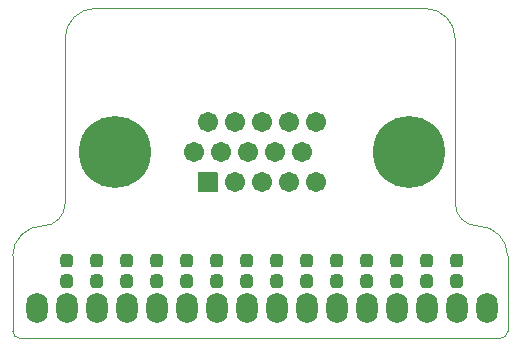
<source format=gbr>
G04 #@! TF.GenerationSoftware,KiCad,Pcbnew,5.1.7-a382d34a8~88~ubuntu20.04.1*
G04 #@! TF.CreationDate,2020-12-18T13:14:18-06:00*
G04 #@! TF.ProjectId,VGA,5647412e-6b69-4636-9164-5f7063625858,1.1*
G04 #@! TF.SameCoordinates,Original*
G04 #@! TF.FileFunction,Soldermask,Top*
G04 #@! TF.FilePolarity,Negative*
%FSLAX46Y46*%
G04 Gerber Fmt 4.6, Leading zero omitted, Abs format (unit mm)*
G04 Created by KiCad (PCBNEW 5.1.7-a382d34a8~88~ubuntu20.04.1) date 2020-12-18 13:14:18*
%MOMM*%
%LPD*%
G01*
G04 APERTURE LIST*
G04 #@! TA.AperFunction,Profile*
%ADD10C,0.050000*%
G04 #@! TD*
%ADD11C,6.102000*%
%ADD12O,1.802000X2.602000*%
%ADD13C,1.702000*%
G04 APERTURE END LIST*
D10*
X139065000Y-123190000D02*
G75*
G02*
X137160000Y-125095000I-1905000J0D01*
G01*
X134620000Y-127635000D02*
G75*
G02*
X137160000Y-125095000I2540000J0D01*
G01*
X173990000Y-125095000D02*
G75*
G02*
X172085000Y-123190000I0J1905000D01*
G01*
X134620000Y-133985000D02*
X134620000Y-127635000D01*
X173990000Y-125095000D02*
G75*
G02*
X176530000Y-127635000I0J-2540000D01*
G01*
X176530000Y-133985000D02*
X176530000Y-127635000D01*
X139065000Y-109220000D02*
G75*
G02*
X141605000Y-106680000I2540000J0D01*
G01*
X169545000Y-106680000D02*
G75*
G02*
X172085000Y-109220000I0J-2540000D01*
G01*
X176530000Y-133985000D02*
G75*
G02*
X175895000Y-134620000I-635000J0D01*
G01*
X135255000Y-134620000D02*
G75*
G02*
X134620000Y-133985000I0J635000D01*
G01*
X139065000Y-109220000D02*
X139065000Y-123190000D01*
X169545000Y-106680000D02*
X141605000Y-106680000D01*
X172085000Y-123190000D02*
X172085000Y-109220000D01*
X135255000Y-134620000D02*
X175895000Y-134620000D01*
X139065000Y-123190000D02*
G75*
G02*
X137160000Y-125095000I-1905000J0D01*
G01*
X134620000Y-127635000D02*
G75*
G02*
X137160000Y-125095000I2540000J0D01*
G01*
X173990000Y-125095000D02*
G75*
G02*
X172085000Y-123190000I0J1905000D01*
G01*
X134620000Y-133985000D02*
X134620000Y-127635000D01*
X173990000Y-125095000D02*
G75*
G02*
X176530000Y-127635000I0J-2540000D01*
G01*
X176530000Y-133985000D02*
X176530000Y-127635000D01*
X139065000Y-109220000D02*
G75*
G02*
X141605000Y-106680000I2540000J0D01*
G01*
X169545000Y-106680000D02*
G75*
G02*
X172085000Y-109220000I0J-2540000D01*
G01*
X176530000Y-133985000D02*
G75*
G02*
X175895000Y-134620000I-635000J0D01*
G01*
X135255000Y-134620000D02*
G75*
G02*
X134620000Y-133985000I0J635000D01*
G01*
X139065000Y-109220000D02*
X139065000Y-123190000D01*
X169545000Y-106680000D02*
X141605000Y-106680000D01*
X172085000Y-123190000D02*
X172085000Y-109220000D01*
X135255000Y-134620000D02*
X175895000Y-134620000D01*
D11*
X168148000Y-118872000D03*
X143256000Y-118872000D03*
D12*
X136652000Y-132080000D03*
X139192000Y-132080000D03*
X141732000Y-132080000D03*
X144272000Y-132080000D03*
X146812000Y-132080000D03*
X149352000Y-132080000D03*
X151892000Y-132080000D03*
X154432000Y-132080000D03*
X156972000Y-132080000D03*
X159512000Y-132080000D03*
X162052000Y-132080000D03*
X164592000Y-132080000D03*
X167132000Y-132080000D03*
X169672000Y-132080000D03*
X172212000Y-132080000D03*
X174752000Y-132080000D03*
G36*
G01*
X151981000Y-120612000D02*
X151981000Y-122212000D01*
G75*
G02*
X151930000Y-122263000I-51000J0D01*
G01*
X150330000Y-122263000D01*
G75*
G02*
X150279000Y-122212000I0J51000D01*
G01*
X150279000Y-120612000D01*
G75*
G02*
X150330000Y-120561000I51000J0D01*
G01*
X151930000Y-120561000D01*
G75*
G02*
X151981000Y-120612000I0J-51000D01*
G01*
G37*
D13*
X153420000Y-121412000D03*
X155710000Y-121412000D03*
X158000000Y-121412000D03*
X160290000Y-121412000D03*
X149985000Y-118872000D03*
X152275000Y-118872000D03*
X154565000Y-118872000D03*
X156855000Y-118872000D03*
X159145000Y-118872000D03*
X151130000Y-116332000D03*
X153420000Y-116332000D03*
X155710000Y-116332000D03*
X158000000Y-116332000D03*
X160290000Y-116332000D03*
G36*
G01*
X171949000Y-129202000D02*
X172475000Y-129202000D01*
G75*
G02*
X172738000Y-129465000I0J-263000D01*
G01*
X172738000Y-130091000D01*
G75*
G02*
X172475000Y-130354000I-263000J0D01*
G01*
X171949000Y-130354000D01*
G75*
G02*
X171686000Y-130091000I0J263000D01*
G01*
X171686000Y-129465000D01*
G75*
G02*
X171949000Y-129202000I263000J0D01*
G01*
G37*
G36*
G01*
X171949000Y-127452000D02*
X172475000Y-127452000D01*
G75*
G02*
X172738000Y-127715000I0J-263000D01*
G01*
X172738000Y-128341000D01*
G75*
G02*
X172475000Y-128604000I-263000J0D01*
G01*
X171949000Y-128604000D01*
G75*
G02*
X171686000Y-128341000I0J263000D01*
G01*
X171686000Y-127715000D01*
G75*
G02*
X171949000Y-127452000I263000J0D01*
G01*
G37*
G36*
G01*
X169409000Y-129204000D02*
X169935000Y-129204000D01*
G75*
G02*
X170198000Y-129467000I0J-263000D01*
G01*
X170198000Y-130093000D01*
G75*
G02*
X169935000Y-130356000I-263000J0D01*
G01*
X169409000Y-130356000D01*
G75*
G02*
X169146000Y-130093000I0J263000D01*
G01*
X169146000Y-129467000D01*
G75*
G02*
X169409000Y-129204000I263000J0D01*
G01*
G37*
G36*
G01*
X169409000Y-127454000D02*
X169935000Y-127454000D01*
G75*
G02*
X170198000Y-127717000I0J-263000D01*
G01*
X170198000Y-128343000D01*
G75*
G02*
X169935000Y-128606000I-263000J0D01*
G01*
X169409000Y-128606000D01*
G75*
G02*
X169146000Y-128343000I0J263000D01*
G01*
X169146000Y-127717000D01*
G75*
G02*
X169409000Y-127454000I263000J0D01*
G01*
G37*
G36*
G01*
X166869000Y-129204000D02*
X167395000Y-129204000D01*
G75*
G02*
X167658000Y-129467000I0J-263000D01*
G01*
X167658000Y-130093000D01*
G75*
G02*
X167395000Y-130356000I-263000J0D01*
G01*
X166869000Y-130356000D01*
G75*
G02*
X166606000Y-130093000I0J263000D01*
G01*
X166606000Y-129467000D01*
G75*
G02*
X166869000Y-129204000I263000J0D01*
G01*
G37*
G36*
G01*
X166869000Y-127454000D02*
X167395000Y-127454000D01*
G75*
G02*
X167658000Y-127717000I0J-263000D01*
G01*
X167658000Y-128343000D01*
G75*
G02*
X167395000Y-128606000I-263000J0D01*
G01*
X166869000Y-128606000D01*
G75*
G02*
X166606000Y-128343000I0J263000D01*
G01*
X166606000Y-127717000D01*
G75*
G02*
X166869000Y-127454000I263000J0D01*
G01*
G37*
G36*
G01*
X164329000Y-129204000D02*
X164855000Y-129204000D01*
G75*
G02*
X165118000Y-129467000I0J-263000D01*
G01*
X165118000Y-130093000D01*
G75*
G02*
X164855000Y-130356000I-263000J0D01*
G01*
X164329000Y-130356000D01*
G75*
G02*
X164066000Y-130093000I0J263000D01*
G01*
X164066000Y-129467000D01*
G75*
G02*
X164329000Y-129204000I263000J0D01*
G01*
G37*
G36*
G01*
X164329000Y-127454000D02*
X164855000Y-127454000D01*
G75*
G02*
X165118000Y-127717000I0J-263000D01*
G01*
X165118000Y-128343000D01*
G75*
G02*
X164855000Y-128606000I-263000J0D01*
G01*
X164329000Y-128606000D01*
G75*
G02*
X164066000Y-128343000I0J263000D01*
G01*
X164066000Y-127717000D01*
G75*
G02*
X164329000Y-127454000I263000J0D01*
G01*
G37*
G36*
G01*
X161789000Y-129204000D02*
X162315000Y-129204000D01*
G75*
G02*
X162578000Y-129467000I0J-263000D01*
G01*
X162578000Y-130093000D01*
G75*
G02*
X162315000Y-130356000I-263000J0D01*
G01*
X161789000Y-130356000D01*
G75*
G02*
X161526000Y-130093000I0J263000D01*
G01*
X161526000Y-129467000D01*
G75*
G02*
X161789000Y-129204000I263000J0D01*
G01*
G37*
G36*
G01*
X161789000Y-127454000D02*
X162315000Y-127454000D01*
G75*
G02*
X162578000Y-127717000I0J-263000D01*
G01*
X162578000Y-128343000D01*
G75*
G02*
X162315000Y-128606000I-263000J0D01*
G01*
X161789000Y-128606000D01*
G75*
G02*
X161526000Y-128343000I0J263000D01*
G01*
X161526000Y-127717000D01*
G75*
G02*
X161789000Y-127454000I263000J0D01*
G01*
G37*
G36*
G01*
X159249000Y-129204000D02*
X159775000Y-129204000D01*
G75*
G02*
X160038000Y-129467000I0J-263000D01*
G01*
X160038000Y-130093000D01*
G75*
G02*
X159775000Y-130356000I-263000J0D01*
G01*
X159249000Y-130356000D01*
G75*
G02*
X158986000Y-130093000I0J263000D01*
G01*
X158986000Y-129467000D01*
G75*
G02*
X159249000Y-129204000I263000J0D01*
G01*
G37*
G36*
G01*
X159249000Y-127454000D02*
X159775000Y-127454000D01*
G75*
G02*
X160038000Y-127717000I0J-263000D01*
G01*
X160038000Y-128343000D01*
G75*
G02*
X159775000Y-128606000I-263000J0D01*
G01*
X159249000Y-128606000D01*
G75*
G02*
X158986000Y-128343000I0J263000D01*
G01*
X158986000Y-127717000D01*
G75*
G02*
X159249000Y-127454000I263000J0D01*
G01*
G37*
G36*
G01*
X156709000Y-129204000D02*
X157235000Y-129204000D01*
G75*
G02*
X157498000Y-129467000I0J-263000D01*
G01*
X157498000Y-130093000D01*
G75*
G02*
X157235000Y-130356000I-263000J0D01*
G01*
X156709000Y-130356000D01*
G75*
G02*
X156446000Y-130093000I0J263000D01*
G01*
X156446000Y-129467000D01*
G75*
G02*
X156709000Y-129204000I263000J0D01*
G01*
G37*
G36*
G01*
X156709000Y-127454000D02*
X157235000Y-127454000D01*
G75*
G02*
X157498000Y-127717000I0J-263000D01*
G01*
X157498000Y-128343000D01*
G75*
G02*
X157235000Y-128606000I-263000J0D01*
G01*
X156709000Y-128606000D01*
G75*
G02*
X156446000Y-128343000I0J263000D01*
G01*
X156446000Y-127717000D01*
G75*
G02*
X156709000Y-127454000I263000J0D01*
G01*
G37*
G36*
G01*
X154169000Y-129204000D02*
X154695000Y-129204000D01*
G75*
G02*
X154958000Y-129467000I0J-263000D01*
G01*
X154958000Y-130093000D01*
G75*
G02*
X154695000Y-130356000I-263000J0D01*
G01*
X154169000Y-130356000D01*
G75*
G02*
X153906000Y-130093000I0J263000D01*
G01*
X153906000Y-129467000D01*
G75*
G02*
X154169000Y-129204000I263000J0D01*
G01*
G37*
G36*
G01*
X154169000Y-127454000D02*
X154695000Y-127454000D01*
G75*
G02*
X154958000Y-127717000I0J-263000D01*
G01*
X154958000Y-128343000D01*
G75*
G02*
X154695000Y-128606000I-263000J0D01*
G01*
X154169000Y-128606000D01*
G75*
G02*
X153906000Y-128343000I0J263000D01*
G01*
X153906000Y-127717000D01*
G75*
G02*
X154169000Y-127454000I263000J0D01*
G01*
G37*
G36*
G01*
X151629000Y-129204000D02*
X152155000Y-129204000D01*
G75*
G02*
X152418000Y-129467000I0J-263000D01*
G01*
X152418000Y-130093000D01*
G75*
G02*
X152155000Y-130356000I-263000J0D01*
G01*
X151629000Y-130356000D01*
G75*
G02*
X151366000Y-130093000I0J263000D01*
G01*
X151366000Y-129467000D01*
G75*
G02*
X151629000Y-129204000I263000J0D01*
G01*
G37*
G36*
G01*
X151629000Y-127454000D02*
X152155000Y-127454000D01*
G75*
G02*
X152418000Y-127717000I0J-263000D01*
G01*
X152418000Y-128343000D01*
G75*
G02*
X152155000Y-128606000I-263000J0D01*
G01*
X151629000Y-128606000D01*
G75*
G02*
X151366000Y-128343000I0J263000D01*
G01*
X151366000Y-127717000D01*
G75*
G02*
X151629000Y-127454000I263000J0D01*
G01*
G37*
G36*
G01*
X149089000Y-129204000D02*
X149615000Y-129204000D01*
G75*
G02*
X149878000Y-129467000I0J-263000D01*
G01*
X149878000Y-130093000D01*
G75*
G02*
X149615000Y-130356000I-263000J0D01*
G01*
X149089000Y-130356000D01*
G75*
G02*
X148826000Y-130093000I0J263000D01*
G01*
X148826000Y-129467000D01*
G75*
G02*
X149089000Y-129204000I263000J0D01*
G01*
G37*
G36*
G01*
X149089000Y-127454000D02*
X149615000Y-127454000D01*
G75*
G02*
X149878000Y-127717000I0J-263000D01*
G01*
X149878000Y-128343000D01*
G75*
G02*
X149615000Y-128606000I-263000J0D01*
G01*
X149089000Y-128606000D01*
G75*
G02*
X148826000Y-128343000I0J263000D01*
G01*
X148826000Y-127717000D01*
G75*
G02*
X149089000Y-127454000I263000J0D01*
G01*
G37*
G36*
G01*
X146549000Y-129204000D02*
X147075000Y-129204000D01*
G75*
G02*
X147338000Y-129467000I0J-263000D01*
G01*
X147338000Y-130093000D01*
G75*
G02*
X147075000Y-130356000I-263000J0D01*
G01*
X146549000Y-130356000D01*
G75*
G02*
X146286000Y-130093000I0J263000D01*
G01*
X146286000Y-129467000D01*
G75*
G02*
X146549000Y-129204000I263000J0D01*
G01*
G37*
G36*
G01*
X146549000Y-127454000D02*
X147075000Y-127454000D01*
G75*
G02*
X147338000Y-127717000I0J-263000D01*
G01*
X147338000Y-128343000D01*
G75*
G02*
X147075000Y-128606000I-263000J0D01*
G01*
X146549000Y-128606000D01*
G75*
G02*
X146286000Y-128343000I0J263000D01*
G01*
X146286000Y-127717000D01*
G75*
G02*
X146549000Y-127454000I263000J0D01*
G01*
G37*
G36*
G01*
X144009000Y-129204000D02*
X144535000Y-129204000D01*
G75*
G02*
X144798000Y-129467000I0J-263000D01*
G01*
X144798000Y-130093000D01*
G75*
G02*
X144535000Y-130356000I-263000J0D01*
G01*
X144009000Y-130356000D01*
G75*
G02*
X143746000Y-130093000I0J263000D01*
G01*
X143746000Y-129467000D01*
G75*
G02*
X144009000Y-129204000I263000J0D01*
G01*
G37*
G36*
G01*
X144009000Y-127454000D02*
X144535000Y-127454000D01*
G75*
G02*
X144798000Y-127717000I0J-263000D01*
G01*
X144798000Y-128343000D01*
G75*
G02*
X144535000Y-128606000I-263000J0D01*
G01*
X144009000Y-128606000D01*
G75*
G02*
X143746000Y-128343000I0J263000D01*
G01*
X143746000Y-127717000D01*
G75*
G02*
X144009000Y-127454000I263000J0D01*
G01*
G37*
G36*
G01*
X141469000Y-129204000D02*
X141995000Y-129204000D01*
G75*
G02*
X142258000Y-129467000I0J-263000D01*
G01*
X142258000Y-130093000D01*
G75*
G02*
X141995000Y-130356000I-263000J0D01*
G01*
X141469000Y-130356000D01*
G75*
G02*
X141206000Y-130093000I0J263000D01*
G01*
X141206000Y-129467000D01*
G75*
G02*
X141469000Y-129204000I263000J0D01*
G01*
G37*
G36*
G01*
X141469000Y-127454000D02*
X141995000Y-127454000D01*
G75*
G02*
X142258000Y-127717000I0J-263000D01*
G01*
X142258000Y-128343000D01*
G75*
G02*
X141995000Y-128606000I-263000J0D01*
G01*
X141469000Y-128606000D01*
G75*
G02*
X141206000Y-128343000I0J263000D01*
G01*
X141206000Y-127717000D01*
G75*
G02*
X141469000Y-127454000I263000J0D01*
G01*
G37*
G36*
G01*
X138929000Y-129204000D02*
X139455000Y-129204000D01*
G75*
G02*
X139718000Y-129467000I0J-263000D01*
G01*
X139718000Y-130093000D01*
G75*
G02*
X139455000Y-130356000I-263000J0D01*
G01*
X138929000Y-130356000D01*
G75*
G02*
X138666000Y-130093000I0J263000D01*
G01*
X138666000Y-129467000D01*
G75*
G02*
X138929000Y-129204000I263000J0D01*
G01*
G37*
G36*
G01*
X138929000Y-127454000D02*
X139455000Y-127454000D01*
G75*
G02*
X139718000Y-127717000I0J-263000D01*
G01*
X139718000Y-128343000D01*
G75*
G02*
X139455000Y-128606000I-263000J0D01*
G01*
X138929000Y-128606000D01*
G75*
G02*
X138666000Y-128343000I0J263000D01*
G01*
X138666000Y-127717000D01*
G75*
G02*
X138929000Y-127454000I263000J0D01*
G01*
G37*
M02*

</source>
